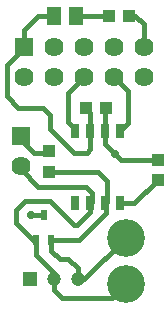
<source format=gbr>
G04 DipTrace 3.2.0.1*
G04 Top.gbr*
%MOIN*%
G04 #@! TF.FileFunction,Copper,L1,Top*
G04 #@! TF.Part,Single*
G04 #@! TA.AperFunction,Conductor*
%ADD14C,0.017323*%
%ADD16R,0.043307X0.03937*%
G04 #@! TA.AperFunction,ComponentPad*
%ADD17C,0.125984*%
%ADD19R,0.019685X0.033465*%
%ADD20R,0.051181X0.059055*%
G04 #@! TA.AperFunction,ComponentPad*
%ADD21R,0.047244X0.047244*%
%ADD22C,0.047244*%
%ADD23R,0.06378X0.06378*%
%ADD24C,0.06378*%
%ADD25R,0.03937X0.043307*%
%ADD27R,0.03X0.045*%
G04 #@! TA.AperFunction,ViaPad*
%ADD28C,0.027559*%
%FSLAX26Y26*%
G04*
G70*
G90*
G75*
G01*
G04 Top*
%LPD*%
X590556Y633858D2*
D14*
X681102D1*
X771654Y724409D1*
Y757676D1*
X769636Y755659D1*
X677550Y502289D2*
X699783D1*
X839322Y641827D1*
X582677Y862205D2*
X744094D1*
X775591Y830709D1*
Y761613D1*
X769636Y755659D1*
X677550Y502289D2*
Y538986D1*
X645669Y570866D1*
X618110D1*
X590551Y598425D1*
Y633853D1*
X590556Y633858D1*
X598810Y502289D2*
Y468119D1*
X625984Y440945D1*
X791983D1*
X839322Y488283D1*
X488928Y880409D2*
Y869340D1*
X547244Y811024D1*
X704724D1*
X724409Y791339D1*
Y760432D1*
X719636Y755659D1*
X598810Y502289D2*
Y523238D1*
X539370Y582677D1*
Y633858D1*
X527559D1*
X472441Y688976D1*
Y732283D1*
X503937Y763780D1*
X586614D1*
X665354Y685039D1*
X677165D1*
X719636Y727510D1*
Y755659D1*
X522883Y716441D2*
X564869D1*
X564963Y716535D1*
X769636Y996157D2*
Y954773D1*
X822835Y901575D1*
X944882D1*
X769636Y996157D2*
Y1069710D1*
X772639Y1072713D1*
X850394Y1381890D2*
X870079D1*
X897638Y1354331D1*
Y1279528D1*
X900000Y1277165D1*
X488928Y980409D2*
Y967765D1*
X531496Y925197D1*
X578740D1*
X582677Y929134D1*
X819636Y996157D2*
Y996802D1*
X846457Y1023622D1*
Y1130709D1*
X800000Y1177165D1*
X669636Y996157D2*
Y1003592D1*
X645669Y1027559D1*
Y1122835D1*
X700000Y1177165D1*
X673228Y1381890D2*
X783465D1*
X819636Y755659D2*
X865895D1*
X944882Y834646D1*
X719636Y996157D2*
Y1058786D1*
X705710Y1072713D1*
X500000Y1277165D2*
Y1275591D1*
X440945Y1216535D1*
Y1114173D1*
X480315Y1074803D1*
X562992D1*
X586614Y1051181D1*
Y1003937D1*
X665354Y925197D1*
X708661D1*
X720472Y937008D1*
Y995322D1*
X719636Y996157D1*
X500000Y1277165D2*
Y1334646D1*
X547244Y1381890D1*
X598425D1*
D28*
X522883Y716441D3*
X803150Y921260D3*
D16*
X772639Y1072713D3*
X705710D3*
D17*
X839322Y641827D3*
Y488283D3*
D19*
X539370Y633858D3*
X590556D3*
X564963Y716535D3*
D20*
X598425Y1381890D3*
X673228D3*
D21*
X520070Y502289D3*
D22*
X598810D3*
X677550D3*
D23*
X488928Y980409D3*
D24*
Y880409D3*
X500000Y1177165D3*
X600000D3*
X700000D3*
X800000D3*
X900000D3*
Y1277165D3*
X800000D3*
X700000D3*
X600000D3*
D23*
X500000D3*
D25*
X582677Y862205D3*
Y929134D3*
X944882Y834646D3*
Y901575D3*
D16*
X850394Y1381890D3*
X783465D3*
D27*
X819636Y996157D3*
X769636D3*
X719636D3*
X669636D3*
Y755659D3*
X719636D3*
X769636D3*
X819636D3*
M02*

</source>
